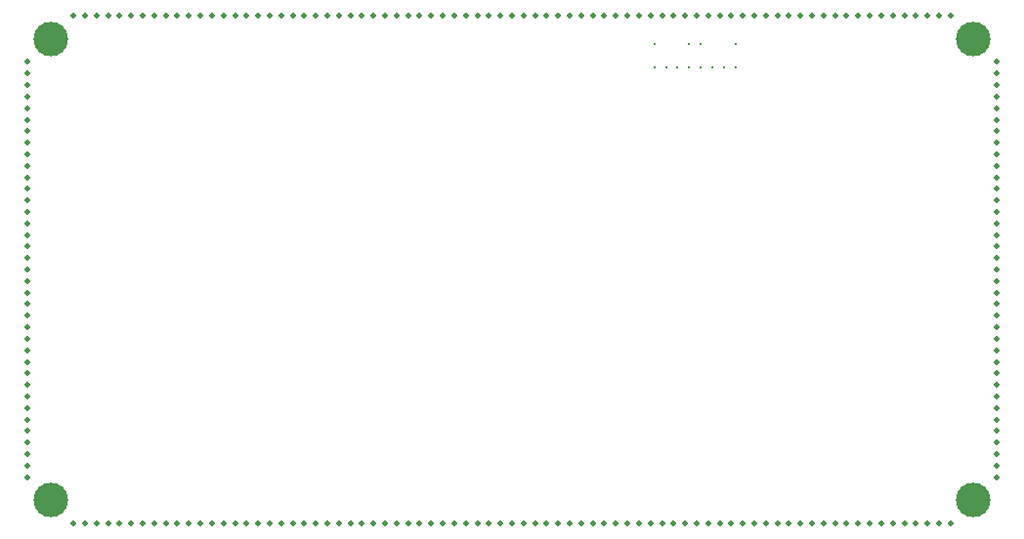
<source format=gbr>
%TF.GenerationSoftware,Altium Limited,Altium Designer,20.0.13 (296)*%
G04 Layer_Color=0*
%FSLAX26Y26*%
%MOIN*%
%TF.FileFunction,Plated,1,6,PTH,Drill*%
%TF.Part,Single*%
G01*
G75*
%TA.AperFunction,OtherDrill,Pad Free-3 (3031.496mil,-78.74mil)*%
%ADD114C,0.019685*%
%TA.AperFunction,OtherDrill,Pad Free-3 (3070.866mil,-78.74mil)*%
%ADD115C,0.019685*%
%TA.AperFunction,OtherDrill,Pad Free-3 (2992.126mil,-78.74mil)*%
%ADD116C,0.019685*%
%TA.AperFunction,OtherDrill,Pad Free-3 (2952.756mil,-78.74mil)*%
%ADD117C,0.019685*%
%TA.AperFunction,OtherDrill,Pad Free-3 (2913.386mil,-78.74mil)*%
%ADD118C,0.019685*%
%TA.AperFunction,OtherDrill,Pad Free-3 (2874.016mil,-78.74mil)*%
%ADD119C,0.019685*%
%TA.AperFunction,OtherDrill,Pad Free-3 (2677.166mil,-78.74mil)*%
%ADD120C,0.019685*%
%TA.AperFunction,OtherDrill,Pad Free-3 (2716.536mil,-78.74mil)*%
%ADD121C,0.019685*%
%TA.AperFunction,OtherDrill,Pad Free-3 (2755.906mil,-78.74mil)*%
%ADD122C,0.019685*%
%TA.AperFunction,OtherDrill,Pad Free-3 (2795.276mil,-78.74mil)*%
%ADD123C,0.019685*%
%TA.AperFunction,OtherDrill,Pad Free-3 (2834.646mil,-78.74mil)*%
%ADD124C,0.019685*%
%TA.AperFunction,OtherDrill,Pad Free-3 (2440.946mil,-78.74mil)*%
%ADD125C,0.019685*%
%TA.AperFunction,OtherDrill,Pad Free-3 (2401.576mil,-78.74mil)*%
%ADD126C,0.019685*%
%TA.AperFunction,OtherDrill,Pad Free-3 (2362.206mil,-78.74mil)*%
%ADD127C,0.019685*%
%TA.AperFunction,OtherDrill,Pad Free-3 (2322.836mil,-78.74mil)*%
%ADD128C,0.019685*%
%TA.AperFunction,OtherDrill,Pad Free-3 (2283.466mil,-78.74mil)*%
%ADD129C,0.019685*%
%TA.AperFunction,OtherDrill,Pad Free-3 (2480.316mil,-78.74mil)*%
%ADD130C,0.019685*%
%TA.AperFunction,OtherDrill,Pad Free-3 (2519.686mil,-78.74mil)*%
%ADD131C,0.019685*%
%TA.AperFunction,OtherDrill,Pad Free-3 (2559.056mil,-78.74mil)*%
%ADD132C,0.019685*%
%TA.AperFunction,OtherDrill,Pad Free-3 (2598.426mil,-78.74mil)*%
%ADD133C,0.019685*%
%TA.AperFunction,OtherDrill,Pad Free-3 (2637.796mil,-78.74mil)*%
%ADD134C,0.019685*%
%TA.AperFunction,OtherDrill,Pad Free-3 (2047.246mil,-78.74mil)*%
%ADD135C,0.019685*%
%TA.AperFunction,OtherDrill,Pad Free-3 (2007.876mil,-78.74mil)*%
%ADD136C,0.019685*%
%TA.AperFunction,OtherDrill,Pad Free-3 (1968.506mil,-78.74mil)*%
%ADD137C,0.019685*%
%TA.AperFunction,OtherDrill,Pad Free-3 (1929.136mil,-78.74mil)*%
%ADD138C,0.019685*%
%TA.AperFunction,OtherDrill,Pad Free-3 (1889.766mil,-78.74mil)*%
%ADD139C,0.019685*%
%TA.AperFunction,OtherDrill,Pad Free-3 (2086.616mil,-78.74mil)*%
%ADD140C,0.019685*%
%TA.AperFunction,OtherDrill,Pad Free-3 (2125.986mil,-78.74mil)*%
%ADD141C,0.019685*%
%TA.AperFunction,OtherDrill,Pad Free-3 (2165.356mil,-78.74mil)*%
%ADD142C,0.019685*%
%TA.AperFunction,OtherDrill,Pad Free-3 (2204.726mil,-78.74mil)*%
%ADD143C,0.019685*%
%TA.AperFunction,OtherDrill,Pad Free-3 (2244.096mil,-78.74mil)*%
%ADD144C,0.019685*%
%TA.AperFunction,OtherDrill,Pad Free-3 (1653.546mil,-78.74mil)*%
%ADD145C,0.019685*%
%TA.AperFunction,OtherDrill,Pad Free-3 (1614.176mil,-78.74mil)*%
%ADD146C,0.019685*%
%TA.AperFunction,OtherDrill,Pad Free-3 (1574.806mil,-78.74mil)*%
%ADD147C,0.019685*%
%TA.AperFunction,OtherDrill,Pad Free-3 (1535.436mil,-78.74mil)*%
%ADD148C,0.019685*%
%TA.AperFunction,OtherDrill,Pad Free-3 (1496.066mil,-78.74mil)*%
%ADD149C,0.019685*%
%TA.AperFunction,OtherDrill,Pad Free-3 (1692.916mil,-78.74mil)*%
%ADD150C,0.019685*%
%TA.AperFunction,OtherDrill,Pad Free-3 (1732.286mil,-78.74mil)*%
%ADD151C,0.019685*%
%TA.AperFunction,OtherDrill,Pad Free-3 (1771.656mil,-78.74mil)*%
%ADD152C,0.019685*%
%TA.AperFunction,OtherDrill,Pad Free-3 (1811.026mil,-78.74mil)*%
%ADD153C,0.019685*%
%TA.AperFunction,OtherDrill,Pad Free-3 (1850.396mil,-78.74mil)*%
%ADD154C,0.019685*%
%TA.AperFunction,OtherDrill,Pad Free-3 (1259.846mil,-78.74mil)*%
%ADD155C,0.019685*%
%TA.AperFunction,OtherDrill,Pad Free-3 (1220.476mil,-78.74mil)*%
%ADD156C,0.019685*%
%TA.AperFunction,OtherDrill,Pad Free-3 (1181.106mil,-78.74mil)*%
%ADD157C,0.019685*%
%TA.AperFunction,OtherDrill,Pad Free-3 (1141.736mil,-78.74mil)*%
%ADD158C,0.019685*%
%TA.AperFunction,OtherDrill,Pad Free-3 (1102.366mil,-78.74mil)*%
%ADD159C,0.019685*%
%TA.AperFunction,OtherDrill,Pad Free-3 (1299.216mil,-78.74mil)*%
%ADD160C,0.019685*%
%TA.AperFunction,OtherDrill,Pad Free-3 (1338.586mil,-78.74mil)*%
%ADD161C,0.019685*%
%TA.AperFunction,OtherDrill,Pad Free-3 (1377.956mil,-78.74mil)*%
%ADD162C,0.019685*%
%TA.AperFunction,OtherDrill,Pad Free-3 (1417.326mil,-78.74mil)*%
%ADD163C,0.019685*%
%TA.AperFunction,OtherDrill,Pad Free-3 (1456.696mil,-78.74mil)*%
%ADD164C,0.019685*%
%TA.AperFunction,OtherDrill,Pad Free-3 (866.146mil,-78.74mil)*%
%ADD165C,0.019685*%
%TA.AperFunction,OtherDrill,Pad Free-3 (826.776mil,-78.74mil)*%
%ADD166C,0.019685*%
%TA.AperFunction,OtherDrill,Pad Free-3 (787.406mil,-78.74mil)*%
%ADD167C,0.019685*%
%TA.AperFunction,OtherDrill,Pad Free-3 (748.036mil,-78.74mil)*%
%ADD168C,0.019685*%
%TA.AperFunction,OtherDrill,Pad Free-3 (708.666mil,-78.74mil)*%
%ADD169C,0.019685*%
%TA.AperFunction,OtherDrill,Pad Free-3 (905.516mil,-78.74mil)*%
%ADD170C,0.019685*%
%TA.AperFunction,OtherDrill,Pad Free-3 (944.886mil,-78.74mil)*%
%ADD171C,0.019685*%
%TA.AperFunction,OtherDrill,Pad Free-3 (984.256mil,-78.74mil)*%
%ADD172C,0.019685*%
%TA.AperFunction,OtherDrill,Pad Free-3 (1023.626mil,-78.74mil)*%
%ADD173C,0.019685*%
%TA.AperFunction,OtherDrill,Pad Free-3 (1062.996mil,-78.74mil)*%
%ADD174C,0.019685*%
%TA.AperFunction,OtherDrill,Pad Free-3 (472.446mil,-78.74mil)*%
%ADD175C,0.019685*%
%TA.AperFunction,OtherDrill,Pad Free-3 (433.076mil,-78.74mil)*%
%ADD176C,0.019685*%
%TA.AperFunction,OtherDrill,Pad Free-3 (393.706mil,-78.74mil)*%
%ADD177C,0.019685*%
%TA.AperFunction,OtherDrill,Pad Free-3 (354.336mil,-78.74mil)*%
%ADD178C,0.019685*%
%TA.AperFunction,OtherDrill,Pad Free-3 (314.966mil,-78.74mil)*%
%ADD179C,0.019685*%
%TA.AperFunction,OtherDrill,Pad Free-3 (511.816mil,-78.74mil)*%
%ADD180C,0.019685*%
%TA.AperFunction,OtherDrill,Pad Free-3 (551.186mil,-78.74mil)*%
%ADD181C,0.019685*%
%TA.AperFunction,OtherDrill,Pad Free-3 (590.556mil,-78.74mil)*%
%ADD182C,0.019685*%
%TA.AperFunction,OtherDrill,Pad Free-3 (629.926mil,-78.74mil)*%
%ADD183C,0.019685*%
%TA.AperFunction,OtherDrill,Pad Free-3 (669.296mil,-78.74mil)*%
%ADD184C,0.019685*%
%TA.AperFunction,OtherDrill,Pad Free-3 (78.746mil,-78.74mil)*%
%ADD185C,0.019685*%
%TA.AperFunction,OtherDrill,Pad Free-3 (118.116mil,-78.74mil)*%
%ADD186C,0.019685*%
%TA.AperFunction,OtherDrill,Pad Free-3 (157.486mil,-78.74mil)*%
%ADD187C,0.019685*%
%TA.AperFunction,OtherDrill,Pad Free-3 (196.856mil,-78.74mil)*%
%ADD188C,0.019685*%
%TA.AperFunction,OtherDrill,Pad Free-3 (236.226mil,-78.74mil)*%
%ADD189C,0.019685*%
%TA.AperFunction,OtherDrill,Pad Free-3 (275.596mil,-78.74mil)*%
%ADD190C,0.019685*%
%TA.AperFunction,OtherDrill,Pad Free-3 (2874.01mil,1653.543mil)*%
%ADD191C,0.019685*%
%TA.AperFunction,OtherDrill,Pad Free-3 (2913.38mil,1653.543mil)*%
%ADD192C,0.019685*%
%TA.AperFunction,OtherDrill,Pad Free-3 (2952.75mil,1653.543mil)*%
%ADD193C,0.019685*%
%TA.AperFunction,OtherDrill,Pad Free-3 (2992.12mil,1653.543mil)*%
%ADD194C,0.019685*%
%TA.AperFunction,OtherDrill,Pad Free-3 (3031.49mil,1653.543mil)*%
%ADD195C,0.019685*%
%TA.AperFunction,OtherDrill,Pad Free-3 (3070.86mil,1653.543mil)*%
%ADD196C,0.019685*%
%TA.AperFunction,OtherDrill,Pad Free-3 (2480.31mil,1653.543mil)*%
%ADD197C,0.019685*%
%TA.AperFunction,OtherDrill,Pad Free-3 (2519.68mil,1653.543mil)*%
%ADD198C,0.019685*%
%TA.AperFunction,OtherDrill,Pad Free-3 (2559.05mil,1653.543mil)*%
%ADD199C,0.019685*%
%TA.AperFunction,OtherDrill,Pad Free-3 (2598.42mil,1653.543mil)*%
%ADD200C,0.019685*%
%TA.AperFunction,OtherDrill,Pad Free-3 (2637.79mil,1653.543mil)*%
%ADD201C,0.019685*%
%TA.AperFunction,OtherDrill,Pad Free-3 (2834.64mil,1653.543mil)*%
%ADD202C,0.019685*%
%TA.AperFunction,OtherDrill,Pad Free-3 (2795.27mil,1653.543mil)*%
%ADD203C,0.019685*%
%TA.AperFunction,OtherDrill,Pad Free-3 (2755.9mil,1653.543mil)*%
%ADD204C,0.019685*%
%TA.AperFunction,OtherDrill,Pad Free-3 (2716.53mil,1653.543mil)*%
%ADD205C,0.019685*%
%TA.AperFunction,OtherDrill,Pad Free-3 (2677.16mil,1653.543mil)*%
%ADD206C,0.019685*%
%TA.AperFunction,OtherDrill,Pad Free-3 (2086.61mil,1653.543mil)*%
%ADD207C,0.019685*%
%TA.AperFunction,OtherDrill,Pad Free-3 (2125.98mil,1653.543mil)*%
%ADD208C,0.019685*%
%TA.AperFunction,OtherDrill,Pad Free-3 (2165.35mil,1653.543mil)*%
%ADD209C,0.019685*%
%TA.AperFunction,OtherDrill,Pad Free-3 (2204.72mil,1653.543mil)*%
%ADD210C,0.019685*%
%TA.AperFunction,OtherDrill,Pad Free-3 (2244.09mil,1653.543mil)*%
%ADD211C,0.019685*%
%TA.AperFunction,OtherDrill,Pad Free-3 (2440.94mil,1653.543mil)*%
%ADD212C,0.019685*%
%TA.AperFunction,OtherDrill,Pad Free-3 (2401.57mil,1653.543mil)*%
%ADD213C,0.019685*%
%TA.AperFunction,OtherDrill,Pad Free-3 (2362.2mil,1653.543mil)*%
%ADD214C,0.019685*%
%TA.AperFunction,OtherDrill,Pad Free-3 (2322.83mil,1653.543mil)*%
%ADD215C,0.019685*%
%TA.AperFunction,OtherDrill,Pad Free-3 (2283.46mil,1653.543mil)*%
%ADD216C,0.019685*%
%TA.AperFunction,OtherDrill,Pad Free-3 (1692.91mil,1653.543mil)*%
%ADD217C,0.019685*%
%TA.AperFunction,OtherDrill,Pad Free-3 (1732.28mil,1653.543mil)*%
%ADD218C,0.019685*%
%TA.AperFunction,OtherDrill,Pad Free-3 (1771.65mil,1653.543mil)*%
%ADD219C,0.019685*%
%TA.AperFunction,OtherDrill,Pad Free-3 (1811.02mil,1653.543mil)*%
%ADD220C,0.019685*%
%TA.AperFunction,OtherDrill,Pad Free-3 (1850.39mil,1653.543mil)*%
%ADD221C,0.019685*%
%TA.AperFunction,OtherDrill,Pad Free-3 (2047.24mil,1653.543mil)*%
%ADD222C,0.019685*%
%TA.AperFunction,OtherDrill,Pad Free-3 (2007.87mil,1653.543mil)*%
%ADD223C,0.019685*%
%TA.AperFunction,OtherDrill,Pad Free-3 (1968.5mil,1653.543mil)*%
%ADD224C,0.019685*%
%TA.AperFunction,OtherDrill,Pad Free-3 (1929.13mil,1653.543mil)*%
%ADD225C,0.019685*%
%TA.AperFunction,OtherDrill,Pad Free-3 (1889.76mil,1653.543mil)*%
%ADD226C,0.019685*%
%TA.AperFunction,OtherDrill,Pad Free-3 (1299.21mil,1653.543mil)*%
%ADD227C,0.019685*%
%TA.AperFunction,OtherDrill,Pad Free-3 (1338.58mil,1653.543mil)*%
%ADD228C,0.019685*%
%TA.AperFunction,OtherDrill,Pad Free-3 (1377.95mil,1653.543mil)*%
%ADD229C,0.019685*%
%TA.AperFunction,OtherDrill,Pad Free-3 (1417.32mil,1653.543mil)*%
%ADD230C,0.019685*%
%TA.AperFunction,OtherDrill,Pad Free-3 (1456.69mil,1653.543mil)*%
%ADD231C,0.019685*%
%TA.AperFunction,OtherDrill,Pad Free-3 (1653.54mil,1653.543mil)*%
%ADD232C,0.019685*%
%TA.AperFunction,OtherDrill,Pad Free-3 (1614.17mil,1653.543mil)*%
%ADD233C,0.019685*%
%TA.AperFunction,OtherDrill,Pad Free-3 (1574.8mil,1653.543mil)*%
%ADD234C,0.019685*%
%TA.AperFunction,OtherDrill,Pad Free-3 (1535.43mil,1653.543mil)*%
%ADD235C,0.019685*%
%TA.AperFunction,OtherDrill,Pad Free-3 (1496.06mil,1653.543mil)*%
%ADD236C,0.019685*%
%TA.AperFunction,OtherDrill,Pad Free-3 (905.51mil,1653.543mil)*%
%ADD237C,0.019685*%
%TA.AperFunction,OtherDrill,Pad Free-3 (944.88mil,1653.543mil)*%
%ADD238C,0.019685*%
%TA.AperFunction,OtherDrill,Pad Free-3 (984.25mil,1653.543mil)*%
%ADD239C,0.019685*%
%TA.AperFunction,OtherDrill,Pad Free-3 (1023.62mil,1653.543mil)*%
%ADD240C,0.019685*%
%TA.AperFunction,OtherDrill,Pad Free-3 (1062.99mil,1653.543mil)*%
%ADD241C,0.019685*%
%TA.AperFunction,OtherDrill,Pad Free-3 (1259.84mil,1653.543mil)*%
%ADD242C,0.019685*%
%TA.AperFunction,OtherDrill,Pad Free-3 (1220.47mil,1653.543mil)*%
%ADD243C,0.019685*%
%TA.AperFunction,OtherDrill,Pad Free-3 (1181.1mil,1653.543mil)*%
%ADD244C,0.019685*%
%TA.AperFunction,OtherDrill,Pad Free-3 (1141.73mil,1653.543mil)*%
%ADD245C,0.019685*%
%TA.AperFunction,OtherDrill,Pad Free-3 (1102.36mil,1653.543mil)*%
%ADD246C,0.019685*%
%TA.AperFunction,OtherDrill,Pad Free-3 (511.81mil,1653.543mil)*%
%ADD247C,0.019685*%
%TA.AperFunction,OtherDrill,Pad Free-3 (551.18mil,1653.543mil)*%
%ADD248C,0.019685*%
%TA.AperFunction,OtherDrill,Pad Free-3 (590.55mil,1653.543mil)*%
%ADD249C,0.019685*%
%TA.AperFunction,OtherDrill,Pad Free-3 (629.92mil,1653.543mil)*%
%ADD250C,0.019685*%
%TA.AperFunction,OtherDrill,Pad Free-3 (669.29mil,1653.543mil)*%
%ADD251C,0.019685*%
%TA.AperFunction,OtherDrill,Pad Free-3 (866.14mil,1653.543mil)*%
%ADD252C,0.019685*%
%TA.AperFunction,OtherDrill,Pad Free-3 (826.77mil,1653.543mil)*%
%ADD253C,0.019685*%
%TA.AperFunction,OtherDrill,Pad Free-3 (787.4mil,1653.543mil)*%
%ADD254C,0.019685*%
%TA.AperFunction,OtherDrill,Pad Free-3 (748.03mil,1653.543mil)*%
%ADD255C,0.019685*%
%TA.AperFunction,OtherDrill,Pad Free-3 (708.66mil,1653.543mil)*%
%ADD256C,0.019685*%
%TA.AperFunction,OtherDrill,Pad Free-3 (314.96mil,1653.543mil)*%
%ADD257C,0.019685*%
%TA.AperFunction,OtherDrill,Pad Free-3 (354.33mil,1653.543mil)*%
%ADD258C,0.019685*%
%TA.AperFunction,OtherDrill,Pad Free-3 (393.7mil,1653.543mil)*%
%ADD259C,0.019685*%
%TA.AperFunction,OtherDrill,Pad Free-3 (433.07mil,1653.543mil)*%
%ADD260C,0.019685*%
%TA.AperFunction,OtherDrill,Pad Free-3 (472.44mil,1653.543mil)*%
%ADD261C,0.019685*%
%TA.AperFunction,OtherDrill,Pad Free-3 (275.59mil,1653.543mil)*%
%ADD262C,0.019685*%
%TA.AperFunction,OtherDrill,Pad Free-3 (236.22mil,1653.543mil)*%
%ADD263C,0.019685*%
%TA.AperFunction,OtherDrill,Pad Free-3 (196.85mil,1653.543mil)*%
%ADD264C,0.019685*%
%TA.AperFunction,OtherDrill,Pad Free-3 (157.48mil,1653.543mil)*%
%ADD265C,0.019685*%
%TA.AperFunction,OtherDrill,Pad Free-3 (78.74mil,1653.543mil)*%
%ADD266C,0.019685*%
%TA.AperFunction,OtherDrill,Pad Free-3 (118.11mil,1653.543mil)*%
%ADD267C,0.019685*%
%TA.AperFunction,OtherDrill,Pad Free-3 (3228.346mil,1299.213mil)*%
%ADD268C,0.019685*%
%TA.AperFunction,OtherDrill,Pad Free-3 (3228.346mil,1259.843mil)*%
%ADD269C,0.019685*%
%TA.AperFunction,OtherDrill,Pad Free-3 (3228.346mil,1220.473mil)*%
%ADD270C,0.019685*%
%TA.AperFunction,OtherDrill,Pad Free-3 (3228.346mil,1181.102mil)*%
%ADD271C,0.019685*%
%TA.AperFunction,OtherDrill,Pad Free-3 (3228.346mil,1141.732mil)*%
%ADD272C,0.019685*%
%TA.AperFunction,OtherDrill,Pad Free-3 (3228.346mil,1102.362mil)*%
%ADD273C,0.019685*%
%TA.AperFunction,OtherDrill,Pad Free-3 (3228.346mil,1062.992mil)*%
%ADD274C,0.019685*%
%TA.AperFunction,OtherDrill,Pad Free-3 (3228.346mil,1023.622mil)*%
%ADD275C,0.019685*%
%TA.AperFunction,OtherDrill,Pad Free-3 (3228.346mil,984.252mil)*%
%ADD276C,0.019685*%
%TA.AperFunction,OtherDrill,Pad Free-3 (3228.346mil,944.882mil)*%
%ADD277C,0.019685*%
%TA.AperFunction,OtherDrill,Pad Free-3 (3228.346mil,905.512mil)*%
%ADD278C,0.019685*%
%TA.AperFunction,OtherDrill,Pad Free-3 (3228.346mil,866.142mil)*%
%ADD279C,0.019685*%
%TA.AperFunction,OtherDrill,Pad Free-3 (3228.346mil,826.772mil)*%
%ADD280C,0.019685*%
%TA.AperFunction,OtherDrill,Pad Free-3 (3228.346mil,787.402mil)*%
%ADD281C,0.019685*%
%TA.AperFunction,OtherDrill,Pad Free-3 (3228.346mil,748.032mil)*%
%ADD282C,0.019685*%
%TA.AperFunction,OtherDrill,Pad Free-3 (3228.346mil,708.662mil)*%
%ADD283C,0.019685*%
%TA.AperFunction,OtherDrill,Pad Free-3 (3228.346mil,669.291mil)*%
%ADD284C,0.019685*%
%TA.AperFunction,OtherDrill,Pad Free-3 (3228.346mil,629.921mil)*%
%ADD285C,0.019685*%
%TA.AperFunction,OtherDrill,Pad Free-3 (3228.346mil,590.551mil)*%
%ADD286C,0.019685*%
%TA.AperFunction,OtherDrill,Pad Free-3 (3228.346mil,551.181mil)*%
%ADD287C,0.019685*%
%TA.AperFunction,OtherDrill,Pad Free-3 (3228.346mil,78.74mil)*%
%ADD288C,0.019685*%
%TA.AperFunction,OtherDrill,Pad Free-3 (3228.346mil,118.11mil)*%
%ADD289C,0.019685*%
%TA.AperFunction,OtherDrill,Pad Free-3 (3228.346mil,157.48mil)*%
%ADD290C,0.019685*%
%TA.AperFunction,OtherDrill,Pad Free-3 (3228.346mil,196.85mil)*%
%ADD291C,0.019685*%
%TA.AperFunction,OtherDrill,Pad Free-3 (3228.346mil,236.22mil)*%
%ADD292C,0.019685*%
%TA.AperFunction,OtherDrill,Pad Free-3 (3228.346mil,275.591mil)*%
%ADD293C,0.019685*%
%TA.AperFunction,OtherDrill,Pad Free-3 (3228.346mil,314.961mil)*%
%ADD294C,0.019685*%
%TA.AperFunction,OtherDrill,Pad Free-3 (3228.346mil,354.331mil)*%
%ADD295C,0.019685*%
%TA.AperFunction,OtherDrill,Pad Free-3 (3228.346mil,393.701mil)*%
%ADD296C,0.019685*%
%TA.AperFunction,OtherDrill,Pad Free-3 (3228.346mil,433.071mil)*%
%ADD297C,0.019685*%
%TA.AperFunction,OtherDrill,Pad Free-3 (3228.346mil,472.441mil)*%
%ADD298C,0.019685*%
%TA.AperFunction,OtherDrill,Pad Free-3 (3228.346mil,511.811mil)*%
%ADD299C,0.019685*%
%TA.AperFunction,OtherDrill,Pad Free-3 (3228.346mil,1338.583mil)*%
%ADD300C,0.019685*%
%TA.AperFunction,OtherDrill,Pad Free-3 (3228.346mil,1377.953mil)*%
%ADD301C,0.019685*%
%TA.AperFunction,OtherDrill,Pad Free-3 (3228.346mil,1417.323mil)*%
%ADD302C,0.019685*%
%TA.AperFunction,OtherDrill,Pad Free-3 (3228.346mil,1456.693mil)*%
%ADD303C,0.019685*%
%TA.AperFunction,OtherDrill,Pad Free-3 (3228.346mil,1496.063mil)*%
%ADD304C,0.019685*%
%TA.AperFunction,OtherDrill,Pad Free-2 (3149.606mil,1574.803mil)*%
%ADD305C,0.118110*%
%TA.AperFunction,OtherDrill,Pad Free-2 (3149.606mil,0mil)*%
%ADD306C,0.118110*%
%TA.AperFunction,OtherDrill,Pad Free-2 (0mil,1574.803mil)*%
%ADD307C,0.118110*%
%TA.AperFunction,OtherDrill,Pad Free-2 (0mil,0mil)*%
%ADD308C,0.118110*%
%TA.AperFunction,OtherDrill,Pad Free-3 (-78.74mil,78.74mil)*%
%ADD309C,0.019685*%
%TA.AperFunction,OtherDrill,Pad Free-3 (-78.74mil,118.11mil)*%
%ADD310C,0.019685*%
%TA.AperFunction,OtherDrill,Pad Free-3 (-78.74mil,157.48mil)*%
%ADD311C,0.019685*%
%TA.AperFunction,OtherDrill,Pad Free-3 (-78.74mil,196.85mil)*%
%ADD312C,0.019685*%
%TA.AperFunction,OtherDrill,Pad Free-3 (-78.74mil,236.22mil)*%
%ADD313C,0.019685*%
%TA.AperFunction,OtherDrill,Pad Free-3 (-78.74mil,1062.992mil)*%
%ADD314C,0.019685*%
%TA.AperFunction,OtherDrill,Pad Free-3 (-78.74mil,1102.362mil)*%
%ADD315C,0.019685*%
%TA.AperFunction,OtherDrill,Pad Free-3 (-78.74mil,1141.732mil)*%
%ADD316C,0.019685*%
%TA.AperFunction,OtherDrill,Pad Free-3 (-78.74mil,1181.102mil)*%
%ADD317C,0.019685*%
%TA.AperFunction,OtherDrill,Pad Free-3 (-78.74mil,1220.473mil)*%
%ADD318C,0.019685*%
%TA.AperFunction,OtherDrill,Pad Free-3 (-78.74mil,1259.842mil)*%
%ADD319C,0.019685*%
%TA.AperFunction,OtherDrill,Pad Free-3 (-78.74mil,1299.213mil)*%
%ADD320C,0.019685*%
%TA.AperFunction,OtherDrill,Pad Free-3 (-78.74mil,1338.583mil)*%
%ADD321C,0.019685*%
%TA.AperFunction,OtherDrill,Pad Free-3 (-78.74mil,1377.953mil)*%
%ADD322C,0.019685*%
%TA.AperFunction,OtherDrill,Pad Free-3 (-78.74mil,1417.323mil)*%
%ADD323C,0.019685*%
%TA.AperFunction,OtherDrill,Pad Free-3 (-78.74mil,1456.693mil)*%
%ADD324C,0.019685*%
%TA.AperFunction,OtherDrill,Pad Free-3 (-78.74mil,1496.063mil)*%
%ADD325C,0.019685*%
%TA.AperFunction,OtherDrill,Pad Free-3 (-78.74mil,1023.622mil)*%
%ADD326C,0.019685*%
%TA.AperFunction,OtherDrill,Pad Free-3 (-78.74mil,984.252mil)*%
%ADD327C,0.019685*%
%TA.AperFunction,OtherDrill,Pad Free-3 (-78.74mil,944.882mil)*%
%ADD328C,0.019685*%
%TA.AperFunction,OtherDrill,Pad Free-3 (-78.74mil,905.512mil)*%
%ADD329C,0.019685*%
%TA.AperFunction,OtherDrill,Pad Free-3 (-78.74mil,866.142mil)*%
%ADD330C,0.019685*%
%TA.AperFunction,OtherDrill,Pad Free-3 (-78.74mil,826.772mil)*%
%ADD331C,0.019685*%
%TA.AperFunction,OtherDrill,Pad Free-3 (-78.74mil,787.402mil)*%
%ADD332C,0.019685*%
%TA.AperFunction,OtherDrill,Pad Free-3 (-78.74mil,748.032mil)*%
%ADD333C,0.019685*%
%TA.AperFunction,OtherDrill,Pad Free-3 (-78.74mil,708.661mil)*%
%ADD334C,0.019685*%
%TA.AperFunction,OtherDrill,Pad Free-3 (-78.74mil,669.291mil)*%
%ADD335C,0.019685*%
%TA.AperFunction,OtherDrill,Pad Free-3 (-78.74mil,629.921mil)*%
%ADD336C,0.019685*%
%TA.AperFunction,OtherDrill,Pad Free-3 (-78.74mil,590.551mil)*%
%ADD337C,0.019685*%
%TA.AperFunction,OtherDrill,Pad Free-3 (-78.74mil,551.181mil)*%
%ADD338C,0.019685*%
%TA.AperFunction,OtherDrill,Pad Free-3 (-78.74mil,511.811mil)*%
%ADD339C,0.019685*%
%TA.AperFunction,OtherDrill,Pad Free-3 (-78.74mil,472.441mil)*%
%ADD340C,0.019685*%
%TA.AperFunction,OtherDrill,Pad Free-3 (-78.74mil,433.071mil)*%
%ADD341C,0.019685*%
%TA.AperFunction,OtherDrill,Pad Free-3 (-78.74mil,393.701mil)*%
%ADD342C,0.019685*%
%TA.AperFunction,OtherDrill,Pad Free-3 (-78.74mil,354.331mil)*%
%ADD343C,0.019685*%
%TA.AperFunction,OtherDrill,Pad Free-3 (-78.74mil,314.961mil)*%
%ADD344C,0.019685*%
%TA.AperFunction,OtherDrill,Pad Free-3 (-78.74mil,275.591mil)*%
%ADD345C,0.019685*%
%TA.AperFunction,ViaDrill,NotFilled*%
%ADD346C,0.007874*%
D114*
X3031496Y-78740D02*
D03*
D115*
X3070866D02*
D03*
D116*
X2992126D02*
D03*
D117*
X2952756D02*
D03*
D118*
X2913386D02*
D03*
D119*
X2874016D02*
D03*
D120*
X2677166D02*
D03*
D121*
X2716536D02*
D03*
D122*
X2755906D02*
D03*
D123*
X2795276D02*
D03*
D124*
X2834646D02*
D03*
D125*
X2440946D02*
D03*
D126*
X2401576D02*
D03*
D127*
X2362206D02*
D03*
D128*
X2322836D02*
D03*
D129*
X2283466D02*
D03*
D130*
X2480316D02*
D03*
D131*
X2519686D02*
D03*
D132*
X2559056D02*
D03*
D133*
X2598426D02*
D03*
D134*
X2637796D02*
D03*
D135*
X2047246D02*
D03*
D136*
X2007876D02*
D03*
D137*
X1968506D02*
D03*
D138*
X1929136D02*
D03*
D139*
X1889766D02*
D03*
D140*
X2086616D02*
D03*
D141*
X2125986D02*
D03*
D142*
X2165356D02*
D03*
D143*
X2204726D02*
D03*
D144*
X2244096D02*
D03*
D145*
X1653546D02*
D03*
D146*
X1614176D02*
D03*
D147*
X1574806D02*
D03*
D148*
X1535436D02*
D03*
D149*
X1496066D02*
D03*
D150*
X1692916D02*
D03*
D151*
X1732286D02*
D03*
D152*
X1771656D02*
D03*
D153*
X1811026D02*
D03*
D154*
X1850396D02*
D03*
D155*
X1259846D02*
D03*
D156*
X1220476D02*
D03*
D157*
X1181106D02*
D03*
D158*
X1141736D02*
D03*
D159*
X1102366D02*
D03*
D160*
X1299216D02*
D03*
D161*
X1338586D02*
D03*
D162*
X1377956D02*
D03*
D163*
X1417326D02*
D03*
D164*
X1456696D02*
D03*
D165*
X866146D02*
D03*
D166*
X826776D02*
D03*
D167*
X787406D02*
D03*
D168*
X748036D02*
D03*
D169*
X708666D02*
D03*
D170*
X905516D02*
D03*
D171*
X944886D02*
D03*
D172*
X984256D02*
D03*
D173*
X1023626D02*
D03*
D174*
X1062996D02*
D03*
D175*
X472446D02*
D03*
D176*
X433076D02*
D03*
D177*
X393706D02*
D03*
D178*
X354336D02*
D03*
D179*
X314966D02*
D03*
D180*
X511816D02*
D03*
D181*
X551186D02*
D03*
D182*
X590556D02*
D03*
D183*
X629926D02*
D03*
D184*
X669296D02*
D03*
D185*
X78746D02*
D03*
D186*
X118116D02*
D03*
D187*
X157486D02*
D03*
D188*
X196856D02*
D03*
D189*
X236226D02*
D03*
D190*
X275596D02*
D03*
D191*
X2874010Y1653543D02*
D03*
D192*
X2913380D02*
D03*
D193*
X2952750D02*
D03*
D194*
X2992120D02*
D03*
D195*
X3031490D02*
D03*
D196*
X3070860D02*
D03*
D197*
X2480310D02*
D03*
D198*
X2519680D02*
D03*
D199*
X2559050D02*
D03*
D200*
X2598420D02*
D03*
D201*
X2637790D02*
D03*
D202*
X2834640D02*
D03*
D203*
X2795270D02*
D03*
D204*
X2755900D02*
D03*
D205*
X2716530D02*
D03*
D206*
X2677160D02*
D03*
D207*
X2086610D02*
D03*
D208*
X2125980D02*
D03*
D209*
X2165350D02*
D03*
D210*
X2204720D02*
D03*
D211*
X2244090D02*
D03*
D212*
X2440940D02*
D03*
D213*
X2401570D02*
D03*
D214*
X2362200D02*
D03*
D215*
X2322830D02*
D03*
D216*
X2283460D02*
D03*
D217*
X1692910D02*
D03*
D218*
X1732280D02*
D03*
D219*
X1771650D02*
D03*
D220*
X1811020D02*
D03*
D221*
X1850390D02*
D03*
D222*
X2047240D02*
D03*
D223*
X2007870D02*
D03*
D224*
X1968500D02*
D03*
D225*
X1929130D02*
D03*
D226*
X1889760D02*
D03*
D227*
X1299210D02*
D03*
D228*
X1338580D02*
D03*
D229*
X1377950D02*
D03*
D230*
X1417320D02*
D03*
D231*
X1456690D02*
D03*
D232*
X1653540D02*
D03*
D233*
X1614170D02*
D03*
D234*
X1574800D02*
D03*
D235*
X1535430D02*
D03*
D236*
X1496060D02*
D03*
D237*
X905510D02*
D03*
D238*
X944880D02*
D03*
D239*
X984250D02*
D03*
D240*
X1023620D02*
D03*
D241*
X1062990D02*
D03*
D242*
X1259840D02*
D03*
D243*
X1220470D02*
D03*
D244*
X1181100D02*
D03*
D245*
X1141730D02*
D03*
D246*
X1102360D02*
D03*
D247*
X511810D02*
D03*
D248*
X551180D02*
D03*
D249*
X590550D02*
D03*
D250*
X629920D02*
D03*
D251*
X669290D02*
D03*
D252*
X866140D02*
D03*
D253*
X826770D02*
D03*
D254*
X787400D02*
D03*
D255*
X748030D02*
D03*
D256*
X708660D02*
D03*
D257*
X314960D02*
D03*
D258*
X354330D02*
D03*
D259*
X393700D02*
D03*
D260*
X433070D02*
D03*
D261*
X472440D02*
D03*
D262*
X275590D02*
D03*
D263*
X236220D02*
D03*
D264*
X196850D02*
D03*
D265*
X157480D02*
D03*
D266*
X78740D02*
D03*
D267*
X118110D02*
D03*
D268*
X3228346Y1299213D02*
D03*
D269*
Y1259843D02*
D03*
D270*
Y1220473D02*
D03*
D271*
Y1181102D02*
D03*
D272*
Y1141732D02*
D03*
D273*
Y1102362D02*
D03*
D274*
Y1062992D02*
D03*
D275*
Y1023622D02*
D03*
D276*
Y984252D02*
D03*
D277*
Y944882D02*
D03*
D278*
Y905512D02*
D03*
D279*
Y866142D02*
D03*
D280*
Y826772D02*
D03*
D281*
Y787402D02*
D03*
D282*
Y748032D02*
D03*
D283*
Y708662D02*
D03*
D284*
Y669291D02*
D03*
D285*
Y629921D02*
D03*
D286*
Y590551D02*
D03*
D287*
Y551181D02*
D03*
D288*
Y78740D02*
D03*
D289*
Y118110D02*
D03*
D290*
Y157480D02*
D03*
D291*
Y196850D02*
D03*
D292*
Y236220D02*
D03*
D293*
Y275591D02*
D03*
D294*
Y314961D02*
D03*
D295*
Y354331D02*
D03*
D296*
Y393701D02*
D03*
D297*
Y433071D02*
D03*
D298*
Y472441D02*
D03*
D299*
Y511811D02*
D03*
D300*
Y1338583D02*
D03*
D301*
Y1377953D02*
D03*
D302*
Y1417323D02*
D03*
D303*
Y1456693D02*
D03*
D304*
Y1496063D02*
D03*
D305*
X3149606Y1574803D02*
D03*
D306*
Y0D02*
D03*
D307*
X0Y1574803D02*
D03*
D308*
Y0D02*
D03*
D309*
X-78740Y78740D02*
D03*
D310*
Y118110D02*
D03*
D311*
Y157480D02*
D03*
D312*
Y196850D02*
D03*
D313*
Y236220D02*
D03*
D314*
Y1062992D02*
D03*
D315*
Y1102362D02*
D03*
D316*
Y1141732D02*
D03*
D317*
Y1181102D02*
D03*
D318*
Y1220473D02*
D03*
D319*
Y1259842D02*
D03*
D320*
Y1299213D02*
D03*
D321*
Y1338583D02*
D03*
D322*
Y1377953D02*
D03*
D323*
Y1417323D02*
D03*
D324*
Y1456693D02*
D03*
D325*
Y1496063D02*
D03*
D326*
Y1023622D02*
D03*
D327*
Y984252D02*
D03*
D328*
Y944882D02*
D03*
D329*
Y905512D02*
D03*
D330*
Y866142D02*
D03*
D331*
Y826772D02*
D03*
D332*
Y787402D02*
D03*
D333*
Y748032D02*
D03*
D334*
Y708661D02*
D03*
D335*
Y669291D02*
D03*
D336*
Y629921D02*
D03*
D337*
Y590551D02*
D03*
D338*
Y551181D02*
D03*
D339*
Y511811D02*
D03*
D340*
Y472441D02*
D03*
D341*
Y433071D02*
D03*
D342*
Y393701D02*
D03*
D343*
Y354331D02*
D03*
D344*
Y314961D02*
D03*
D345*
Y275591D02*
D03*
D346*
X2100394Y1477362D02*
D03*
X2139764D02*
D03*
X2179134D02*
D03*
X2218504D02*
D03*
X2257874D02*
D03*
X2297244D02*
D03*
X2336614D02*
D03*
Y1556102D02*
D03*
X2218504D02*
D03*
X2179134D02*
D03*
X2061023Y1477362D02*
D03*
Y1556102D02*
D03*
%TF.MD5,ea18e54be10acb641353cabc4768362c*%
M02*

</source>
